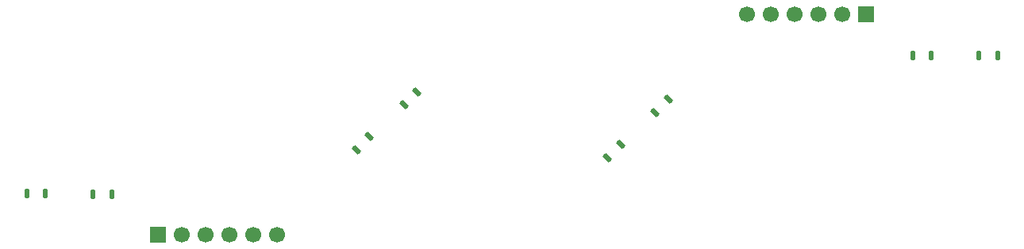
<source format=gbr>
%TF.GenerationSoftware,KiCad,Pcbnew,9.0.2*%
%TF.CreationDate,2025-08-03T15:00:21-04:00*%
%TF.ProjectId,SGTC,53475443-2e6b-4696-9361-645f70636258,rev?*%
%TF.SameCoordinates,Original*%
%TF.FileFunction,Soldermask,Top*%
%TF.FilePolarity,Negative*%
%FSLAX46Y46*%
G04 Gerber Fmt 4.6, Leading zero omitted, Abs format (unit mm)*
G04 Created by KiCad (PCBNEW 9.0.2) date 2025-08-03 15:00:21*
%MOMM*%
%LPD*%
G01*
G04 APERTURE LIST*
G04 Aperture macros list*
%AMRoundRect*
0 Rectangle with rounded corners*
0 $1 Rounding radius*
0 $2 $3 $4 $5 $6 $7 $8 $9 X,Y pos of 4 corners*
0 Add a 4 corners polygon primitive as box body*
4,1,4,$2,$3,$4,$5,$6,$7,$8,$9,$2,$3,0*
0 Add four circle primitives for the rounded corners*
1,1,$1+$1,$2,$3*
1,1,$1+$1,$4,$5*
1,1,$1+$1,$6,$7*
1,1,$1+$1,$8,$9*
0 Add four rect primitives between the rounded corners*
20,1,$1+$1,$2,$3,$4,$5,0*
20,1,$1+$1,$4,$5,$6,$7,0*
20,1,$1+$1,$6,$7,$8,$9,0*
20,1,$1+$1,$8,$9,$2,$3,0*%
G04 Aperture macros list end*
%ADD10RoundRect,0.075000X-0.424264X0.176777X0.176777X-0.424264X0.424264X-0.176777X-0.176777X0.424264X0*%
%ADD11RoundRect,0.075000X-0.175000X0.425000X-0.175000X-0.425000X0.175000X-0.425000X0.175000X0.425000X0*%
%ADD12RoundRect,0.075000X0.175000X-0.425000X0.175000X0.425000X-0.175000X0.425000X-0.175000X-0.425000X0*%
%ADD13R,1.700000X1.700000*%
%ADD14C,1.700000*%
%ADD15RoundRect,0.075000X0.424264X-0.176777X-0.176777X0.424264X-0.424264X0.176777X0.176777X-0.424264X0*%
G04 APERTURE END LIST*
D10*
%TO.C,U5*%
X159339250Y-90790823D03*
X157925036Y-92205037D03*
%TD*%
D11*
%TO.C,U3*%
X194480000Y-86140000D03*
X192480000Y-86140000D03*
%TD*%
D12*
%TO.C,U3*%
X90910000Y-100850000D03*
X92910000Y-100850000D03*
%TD*%
D13*
%TO.C,J1*%
X104920000Y-105300000D03*
D14*
X107460000Y-105300000D03*
X110000000Y-105300000D03*
X112540000Y-105300000D03*
X115080000Y-105300000D03*
X117620000Y-105300000D03*
%TD*%
D11*
%TO.C,U5*%
X99990000Y-100900000D03*
X97990000Y-100900000D03*
%TD*%
D12*
%TO.C,U5*%
X185400000Y-86090000D03*
X187400000Y-86090000D03*
%TD*%
D13*
%TO.C,J1*%
X180470000Y-81690000D03*
D14*
X177930000Y-81690000D03*
X175390000Y-81690000D03*
X172850000Y-81690000D03*
X170310000Y-81690000D03*
X167770000Y-81690000D03*
%TD*%
D15*
%TO.C,U6*%
X152842893Y-97007107D03*
X154257107Y-95592893D03*
%TD*%
%TO.C,U5*%
X126050750Y-96199177D03*
X127464964Y-94784963D03*
%TD*%
D10*
%TO.C,U6*%
X132547107Y-89982893D03*
X131132893Y-91397107D03*
%TD*%
M02*

</source>
